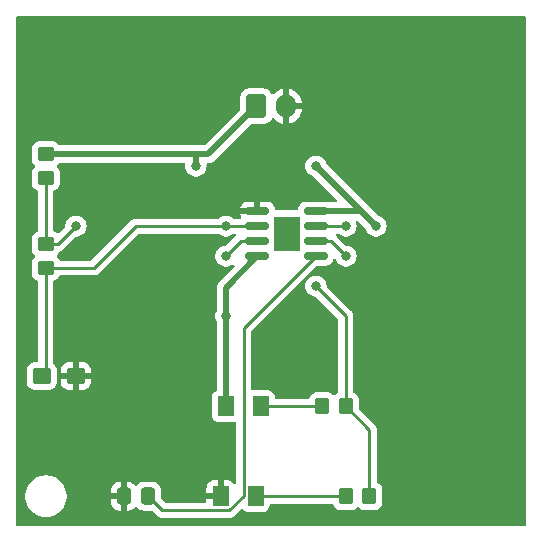
<source format=gbr>
%TF.GenerationSoftware,KiCad,Pcbnew,7.0.8*%
%TF.CreationDate,2023-10-12T16:07:18-07:00*%
%TF.ProjectId,Lab1_555TimerCircuit,4c616231-5f35-4353-9554-696d65724369,rev?*%
%TF.SameCoordinates,Original*%
%TF.FileFunction,Copper,L1,Top*%
%TF.FilePolarity,Positive*%
%FSLAX46Y46*%
G04 Gerber Fmt 4.6, Leading zero omitted, Abs format (unit mm)*
G04 Created by KiCad (PCBNEW 7.0.8) date 2023-10-12 16:07:18*
%MOMM*%
%LPD*%
G01*
G04 APERTURE LIST*
G04 Aperture macros list*
%AMRoundRect*
0 Rectangle with rounded corners*
0 $1 Rounding radius*
0 $2 $3 $4 $5 $6 $7 $8 $9 X,Y pos of 4 corners*
0 Add a 4 corners polygon primitive as box body*
4,1,4,$2,$3,$4,$5,$6,$7,$8,$9,$2,$3,0*
0 Add four circle primitives for the rounded corners*
1,1,$1+$1,$2,$3*
1,1,$1+$1,$4,$5*
1,1,$1+$1,$6,$7*
1,1,$1+$1,$8,$9*
0 Add four rect primitives between the rounded corners*
20,1,$1+$1,$2,$3,$4,$5,0*
20,1,$1+$1,$4,$5,$6,$7,0*
20,1,$1+$1,$6,$7,$8,$9,0*
20,1,$1+$1,$8,$9,$2,$3,0*%
G04 Aperture macros list end*
%TA.AperFunction,SMDPad,CuDef*%
%ADD10R,2.290000X3.000000*%
%TD*%
%TA.AperFunction,SMDPad,CuDef*%
%ADD11RoundRect,0.150000X-0.825000X-0.150000X0.825000X-0.150000X0.825000X0.150000X-0.825000X0.150000X0*%
%TD*%
%TA.AperFunction,SMDPad,CuDef*%
%ADD12RoundRect,0.250000X0.350000X0.450000X-0.350000X0.450000X-0.350000X-0.450000X0.350000X-0.450000X0*%
%TD*%
%TA.AperFunction,SMDPad,CuDef*%
%ADD13RoundRect,0.250000X-0.350000X-0.450000X0.350000X-0.450000X0.350000X0.450000X-0.350000X0.450000X0*%
%TD*%
%TA.AperFunction,SMDPad,CuDef*%
%ADD14RoundRect,0.250000X-0.450000X0.350000X-0.450000X-0.350000X0.450000X-0.350000X0.450000X0.350000X0*%
%TD*%
%TA.AperFunction,ComponentPad*%
%ADD15O,1.700000X2.000000*%
%TD*%
%TA.AperFunction,ComponentPad*%
%ADD16RoundRect,0.250000X-0.600000X-0.750000X0.600000X-0.750000X0.600000X0.750000X-0.600000X0.750000X0*%
%TD*%
%TA.AperFunction,SMDPad,CuDef*%
%ADD17RoundRect,0.250001X-0.462499X-0.624999X0.462499X-0.624999X0.462499X0.624999X-0.462499X0.624999X0*%
%TD*%
%TA.AperFunction,SMDPad,CuDef*%
%ADD18RoundRect,0.250001X0.462499X0.624999X-0.462499X0.624999X-0.462499X-0.624999X0.462499X-0.624999X0*%
%TD*%
%TA.AperFunction,SMDPad,CuDef*%
%ADD19RoundRect,0.250000X0.337500X0.475000X-0.337500X0.475000X-0.337500X-0.475000X0.337500X-0.475000X0*%
%TD*%
%TA.AperFunction,SMDPad,CuDef*%
%ADD20RoundRect,0.250000X-0.537500X-0.425000X0.537500X-0.425000X0.537500X0.425000X-0.537500X0.425000X0*%
%TD*%
%TA.AperFunction,ViaPad*%
%ADD21C,0.800000*%
%TD*%
%TA.AperFunction,Conductor*%
%ADD22C,0.250000*%
%TD*%
%TA.AperFunction,Conductor*%
%ADD23C,0.500000*%
%TD*%
G04 APERTURE END LIST*
D10*
%TO.P,U1,9*%
%TO.N,N/C*%
X88965000Y-81915000D03*
D11*
%TO.P,U1,8,VCC*%
%TO.N,+9V*%
X91440000Y-80010000D03*
%TO.P,U1,7,DIS*%
%TO.N,/pin_7*%
X91440000Y-81280000D03*
%TO.P,U1,6,THR*%
%TO.N,/pin_2*%
X91440000Y-82550000D03*
%TO.P,U1,5,CV*%
%TO.N,Net-(U1-CV)*%
X91440000Y-83820000D03*
%TO.P,U1,4,R*%
%TO.N,+9V*%
X86490000Y-83820000D03*
%TO.P,U1,3,Q*%
%TO.N,/pin_3*%
X86490000Y-82550000D03*
%TO.P,U1,2,TR*%
%TO.N,/pin_2*%
X86490000Y-81280000D03*
%TO.P,U1,1,GND*%
%TO.N,GND*%
X86490000Y-80010000D03*
%TD*%
D12*
%TO.P,R4,1*%
%TO.N,/pin_3*%
X95980000Y-104140000D03*
%TO.P,R4,2*%
%TO.N,Net-(D2-A)*%
X93980000Y-104140000D03*
%TD*%
D13*
%TO.P,R3,1*%
%TO.N,Net-(D1-K)*%
X91980000Y-96520000D03*
%TO.P,R3,2*%
%TO.N,/pin_3*%
X93980000Y-96520000D03*
%TD*%
D14*
%TO.P,R2,2*%
%TO.N,/pin_2*%
X68580000Y-84820000D03*
%TO.P,R2,1*%
%TO.N,/pin_7*%
X68580000Y-82820000D03*
%TD*%
%TO.P,R1,2*%
%TO.N,/pin_7*%
X68580000Y-77200000D03*
%TO.P,R1,1*%
%TO.N,+9V*%
X68580000Y-75200000D03*
%TD*%
D15*
%TO.P,J1,2,Pin_2*%
%TO.N,GND*%
X88900000Y-71120000D03*
D16*
%TO.P,J1,1,Pin_1*%
%TO.N,+9V*%
X86400000Y-71120000D03*
%TD*%
D17*
%TO.P,D2,2,A*%
%TO.N,Net-(D2-A)*%
X86360000Y-104140000D03*
%TO.P,D2,1,K*%
%TO.N,GND*%
X83385000Y-104140000D03*
%TD*%
D18*
%TO.P,D1,2,A*%
%TO.N,+9V*%
X83820000Y-96520000D03*
%TO.P,D1,1,K*%
%TO.N,Net-(D1-K)*%
X86795000Y-96520000D03*
%TD*%
D19*
%TO.P,C2,2*%
%TO.N,GND*%
X75162500Y-104140000D03*
%TO.P,C2,1*%
%TO.N,Net-(U1-CV)*%
X77237500Y-104140000D03*
%TD*%
D20*
%TO.P,C1,2*%
%TO.N,GND*%
X71120000Y-93980000D03*
%TO.P,C1,1*%
%TO.N,/pin_2*%
X68245000Y-93980000D03*
%TD*%
D21*
%TO.N,/pin_2*%
X83820000Y-81280000D03*
%TO.N,/pin_7*%
X71120000Y-81280000D03*
X93980000Y-81280000D03*
%TO.N,/pin_2*%
X93980000Y-83820000D03*
%TO.N,+9V*%
X81280000Y-76200000D03*
X91440000Y-76200000D03*
X96520000Y-81280000D03*
X83820000Y-88900000D03*
%TO.N,/pin_3*%
X83820000Y-83820000D03*
X91440000Y-86360000D03*
%TD*%
D22*
%TO.N,/pin_2*%
X76200000Y-81280000D02*
X72660000Y-84820000D01*
X83820000Y-81280000D02*
X76200000Y-81280000D01*
X86490000Y-81280000D02*
X83820000Y-81280000D01*
X68580000Y-84820000D02*
X72660000Y-84820000D01*
%TO.N,/pin_7*%
X69580000Y-82820000D02*
X68580000Y-82820000D01*
X71120000Y-81280000D02*
X69580000Y-82820000D01*
X91440000Y-81280000D02*
X93980000Y-81280000D01*
%TO.N,/pin_2*%
X92710000Y-82550000D02*
X91440000Y-82550000D01*
X93980000Y-83820000D02*
X92710000Y-82550000D01*
D23*
%TO.N,+9V*%
X81280000Y-76200000D02*
X81280000Y-75200000D01*
X81280000Y-75200000D02*
X82320000Y-75200000D01*
X68580000Y-75200000D02*
X81280000Y-75200000D01*
X96520000Y-81280000D02*
X91440000Y-76200000D01*
X96520000Y-81280000D02*
X95250000Y-80010000D01*
X95250000Y-80010000D02*
X91440000Y-80010000D01*
X83820000Y-88900000D02*
X83820000Y-86490000D01*
X83820000Y-86490000D02*
X86490000Y-83820000D01*
X83820000Y-96520000D02*
X83820000Y-88900000D01*
D22*
%TO.N,/pin_3*%
X85090000Y-82550000D02*
X86490000Y-82550000D01*
X83820000Y-83820000D02*
X85090000Y-82550000D01*
X93980000Y-88900000D02*
X91440000Y-86360000D01*
X93980000Y-96520000D02*
X93980000Y-88900000D01*
X95980000Y-104140000D02*
X95980000Y-98520000D01*
X95980000Y-98520000D02*
X93980000Y-96520000D01*
%TO.N,Net-(D2-A)*%
X86360000Y-104140000D02*
X93980000Y-104140000D01*
%TO.N,Net-(D1-K)*%
X86795000Y-96520000D02*
X91980000Y-96520000D01*
%TO.N,Net-(U1-CV)*%
X85322500Y-104140000D02*
X85322500Y-89937500D01*
X84122500Y-105340000D02*
X85322500Y-104140000D01*
X85322500Y-89937500D02*
X91440000Y-83820000D01*
X78437500Y-105340000D02*
X84122500Y-105340000D01*
X77237500Y-104140000D02*
X78437500Y-105340000D01*
%TO.N,/pin_2*%
X68580000Y-93645000D02*
X68245000Y-93980000D01*
X68580000Y-84820000D02*
X68580000Y-93645000D01*
%TO.N,/pin_7*%
X68580000Y-77200000D02*
X68580000Y-82820000D01*
D23*
%TO.N,+9V*%
X82320000Y-75200000D02*
X86400000Y-71120000D01*
%TD*%
%TA.AperFunction,Conductor*%
%TO.N,GND*%
G36*
X109163039Y-63519685D02*
G01*
X109208794Y-63572489D01*
X109220000Y-63624000D01*
X109220000Y-106556000D01*
X109200315Y-106623039D01*
X109147511Y-106668794D01*
X109096000Y-106680000D01*
X66164000Y-106680000D01*
X66096961Y-106660315D01*
X66051206Y-106607511D01*
X66040000Y-106556000D01*
X66040000Y-104271187D01*
X66829500Y-104271187D01*
X66845720Y-104378794D01*
X66868604Y-104530615D01*
X66868605Y-104530617D01*
X66868606Y-104530623D01*
X66945938Y-104781326D01*
X67059767Y-105017696D01*
X67059768Y-105017697D01*
X67059770Y-105017700D01*
X67059772Y-105017704D01*
X67203523Y-105228548D01*
X67207567Y-105234479D01*
X67386014Y-105426801D01*
X67386018Y-105426804D01*
X67386019Y-105426805D01*
X67591143Y-105590386D01*
X67818357Y-105721568D01*
X68062584Y-105817420D01*
X68062596Y-105817422D01*
X68062597Y-105817423D01*
X68071469Y-105819448D01*
X68318370Y-105875802D01*
X68318376Y-105875802D01*
X68318379Y-105875803D01*
X68514500Y-105890500D01*
X68514506Y-105890500D01*
X68645500Y-105890500D01*
X68841620Y-105875803D01*
X68841622Y-105875802D01*
X68841630Y-105875802D01*
X69097416Y-105817420D01*
X69341643Y-105721568D01*
X69568857Y-105590386D01*
X69773981Y-105426805D01*
X69797166Y-105401818D01*
X69813945Y-105383733D01*
X69952433Y-105234479D01*
X70100228Y-105017704D01*
X70214063Y-104781323D01*
X70291396Y-104530615D01*
X70312591Y-104390000D01*
X74075001Y-104390000D01*
X74075001Y-104664986D01*
X74085494Y-104767697D01*
X74140641Y-104934119D01*
X74140643Y-104934124D01*
X74232684Y-105083345D01*
X74356654Y-105207315D01*
X74505875Y-105299356D01*
X74505880Y-105299358D01*
X74672302Y-105354505D01*
X74672309Y-105354506D01*
X74775019Y-105364999D01*
X74912499Y-105364999D01*
X74912500Y-105364998D01*
X74912500Y-104390000D01*
X74075001Y-104390000D01*
X70312591Y-104390000D01*
X70330500Y-104271182D01*
X70330500Y-104008818D01*
X70312591Y-103890000D01*
X74075000Y-103890000D01*
X74912500Y-103890000D01*
X74912500Y-102915000D01*
X74775027Y-102915000D01*
X74775012Y-102915001D01*
X74672302Y-102925494D01*
X74505880Y-102980641D01*
X74505875Y-102980643D01*
X74356654Y-103072684D01*
X74232684Y-103196654D01*
X74140643Y-103345875D01*
X74140641Y-103345880D01*
X74085494Y-103512302D01*
X74085493Y-103512309D01*
X74075000Y-103615013D01*
X74075000Y-103890000D01*
X70312591Y-103890000D01*
X70291396Y-103749385D01*
X70214063Y-103498677D01*
X70152417Y-103370668D01*
X70100232Y-103262303D01*
X70100231Y-103262302D01*
X70100230Y-103262301D01*
X70100228Y-103262296D01*
X69952433Y-103045521D01*
X69901530Y-102990660D01*
X69773985Y-102853198D01*
X69676547Y-102775494D01*
X69568857Y-102689614D01*
X69341643Y-102558432D01*
X69097416Y-102462580D01*
X69097411Y-102462578D01*
X69097402Y-102462576D01*
X68879818Y-102412914D01*
X68841630Y-102404198D01*
X68841629Y-102404197D01*
X68841625Y-102404197D01*
X68841620Y-102404196D01*
X68645500Y-102389500D01*
X68645494Y-102389500D01*
X68514506Y-102389500D01*
X68514500Y-102389500D01*
X68318379Y-102404196D01*
X68318374Y-102404197D01*
X68062597Y-102462576D01*
X68062578Y-102462582D01*
X67818356Y-102558432D01*
X67591143Y-102689614D01*
X67386014Y-102853198D01*
X67207567Y-103045520D01*
X67059768Y-103262302D01*
X67059767Y-103262303D01*
X66945938Y-103498673D01*
X66868606Y-103749376D01*
X66868605Y-103749381D01*
X66868604Y-103749385D01*
X66853853Y-103847247D01*
X66829500Y-104008812D01*
X66829500Y-104271187D01*
X66040000Y-104271187D01*
X66040000Y-94455001D01*
X66957000Y-94455001D01*
X66957001Y-94455019D01*
X66967500Y-94557796D01*
X66967501Y-94557799D01*
X67022615Y-94724119D01*
X67022686Y-94724334D01*
X67114788Y-94873656D01*
X67238844Y-94997712D01*
X67388166Y-95089814D01*
X67554703Y-95144999D01*
X67657491Y-95155500D01*
X68832508Y-95155499D01*
X68935297Y-95144999D01*
X69101834Y-95089814D01*
X69251156Y-94997712D01*
X69375212Y-94873656D01*
X69467314Y-94724334D01*
X69522499Y-94557797D01*
X69533000Y-94455009D01*
X69533000Y-94230000D01*
X69832501Y-94230000D01*
X69832501Y-94454986D01*
X69842994Y-94557697D01*
X69898141Y-94724119D01*
X69898143Y-94724124D01*
X69990184Y-94873345D01*
X70114154Y-94997315D01*
X70263375Y-95089356D01*
X70263380Y-95089358D01*
X70429802Y-95144505D01*
X70429809Y-95144506D01*
X70532519Y-95154999D01*
X70869999Y-95154999D01*
X70870000Y-95154998D01*
X70870000Y-94230000D01*
X71370000Y-94230000D01*
X71370000Y-95154999D01*
X71707472Y-95154999D01*
X71707486Y-95154998D01*
X71810197Y-95144505D01*
X71976619Y-95089358D01*
X71976624Y-95089356D01*
X72125845Y-94997315D01*
X72249815Y-94873345D01*
X72341856Y-94724124D01*
X72341858Y-94724119D01*
X72397005Y-94557697D01*
X72397006Y-94557690D01*
X72407499Y-94454986D01*
X72407500Y-94454973D01*
X72407500Y-94230000D01*
X71370000Y-94230000D01*
X70870000Y-94230000D01*
X69832501Y-94230000D01*
X69533000Y-94230000D01*
X69532999Y-93730000D01*
X69832500Y-93730000D01*
X70870000Y-93730000D01*
X70870000Y-92805000D01*
X71370000Y-92805000D01*
X71370000Y-93730000D01*
X72407499Y-93730000D01*
X72407499Y-93505028D01*
X72407498Y-93505013D01*
X72397005Y-93402302D01*
X72341858Y-93235880D01*
X72341856Y-93235875D01*
X72249815Y-93086654D01*
X72125845Y-92962684D01*
X71976624Y-92870643D01*
X71976619Y-92870641D01*
X71810197Y-92815494D01*
X71810190Y-92815493D01*
X71707486Y-92805000D01*
X71370000Y-92805000D01*
X70870000Y-92805000D01*
X70532528Y-92805000D01*
X70532512Y-92805001D01*
X70429802Y-92815494D01*
X70263380Y-92870641D01*
X70263375Y-92870643D01*
X70114154Y-92962684D01*
X69990184Y-93086654D01*
X69898143Y-93235875D01*
X69898141Y-93235880D01*
X69842994Y-93402302D01*
X69842993Y-93402309D01*
X69832500Y-93505013D01*
X69832500Y-93730000D01*
X69532999Y-93730000D01*
X69532999Y-93504992D01*
X69522499Y-93402203D01*
X69467314Y-93235666D01*
X69375212Y-93086344D01*
X69251156Y-92962288D01*
X69246049Y-92957181D01*
X69247290Y-92955939D01*
X69212211Y-92906395D01*
X69205500Y-92866155D01*
X69205500Y-85992016D01*
X69225185Y-85924977D01*
X69277989Y-85879222D01*
X69290488Y-85874313D01*
X69349334Y-85854814D01*
X69498656Y-85762712D01*
X69622712Y-85638656D01*
X69705519Y-85504402D01*
X69757467Y-85457679D01*
X69811058Y-85445500D01*
X72577257Y-85445500D01*
X72592877Y-85447224D01*
X72592904Y-85446939D01*
X72600660Y-85447671D01*
X72600667Y-85447673D01*
X72669814Y-85445500D01*
X72699350Y-85445500D01*
X72706228Y-85444630D01*
X72712041Y-85444172D01*
X72758627Y-85442709D01*
X72777869Y-85437117D01*
X72796912Y-85433174D01*
X72816792Y-85430664D01*
X72860122Y-85413507D01*
X72865646Y-85411617D01*
X72869396Y-85410527D01*
X72910390Y-85398618D01*
X72927629Y-85388422D01*
X72945103Y-85379862D01*
X72963727Y-85372488D01*
X72963727Y-85372487D01*
X72963732Y-85372486D01*
X73001449Y-85345082D01*
X73006305Y-85341892D01*
X73046420Y-85318170D01*
X73060589Y-85303999D01*
X73075379Y-85291368D01*
X73091587Y-85279594D01*
X73121299Y-85243676D01*
X73125212Y-85239376D01*
X76422772Y-81941819D01*
X76484095Y-81908334D01*
X76510453Y-81905500D01*
X83116252Y-81905500D01*
X83183291Y-81925185D01*
X83208400Y-81946526D01*
X83214126Y-81952885D01*
X83214130Y-81952889D01*
X83367265Y-82064148D01*
X83367270Y-82064151D01*
X83540192Y-82141142D01*
X83540197Y-82141144D01*
X83725354Y-82180500D01*
X83725355Y-82180500D01*
X83914644Y-82180500D01*
X83914646Y-82180500D01*
X84099803Y-82141144D01*
X84272730Y-82064151D01*
X84425871Y-81952888D01*
X84431155Y-81947020D01*
X84431600Y-81946526D01*
X84491087Y-81909879D01*
X84523748Y-81905500D01*
X84547867Y-81905500D01*
X84614906Y-81925185D01*
X84660661Y-81977989D01*
X84670605Y-82047147D01*
X84643405Y-82108547D01*
X84628707Y-82126312D01*
X84624776Y-82130631D01*
X83872228Y-82883181D01*
X83810905Y-82916666D01*
X83784547Y-82919500D01*
X83725354Y-82919500D01*
X83692897Y-82926398D01*
X83540197Y-82958855D01*
X83540192Y-82958857D01*
X83367270Y-83035848D01*
X83367265Y-83035851D01*
X83214129Y-83147111D01*
X83087466Y-83287785D01*
X82992821Y-83451715D01*
X82992818Y-83451722D01*
X82943241Y-83604306D01*
X82934326Y-83631744D01*
X82914540Y-83820000D01*
X82934326Y-84008256D01*
X82934327Y-84008259D01*
X82992818Y-84188277D01*
X82992821Y-84188284D01*
X83087467Y-84352216D01*
X83148485Y-84419983D01*
X83214129Y-84492888D01*
X83367265Y-84604148D01*
X83367270Y-84604151D01*
X83540192Y-84681142D01*
X83540197Y-84681144D01*
X83725354Y-84720500D01*
X83725355Y-84720500D01*
X83914644Y-84720500D01*
X83914646Y-84720500D01*
X84099803Y-84681144D01*
X84272730Y-84604151D01*
X84357514Y-84542551D01*
X84423317Y-84519073D01*
X84491371Y-84534898D01*
X84540066Y-84585004D01*
X84553942Y-84653482D01*
X84528593Y-84718591D01*
X84518078Y-84730552D01*
X83334358Y-85914272D01*
X83320729Y-85926051D01*
X83301468Y-85940390D01*
X83267898Y-85980397D01*
X83264253Y-85984376D01*
X83258409Y-85990222D01*
X83238059Y-86015959D01*
X83188695Y-86074789D01*
X83184729Y-86080819D01*
X83184682Y-86080788D01*
X83180630Y-86087147D01*
X83180679Y-86087177D01*
X83176889Y-86093321D01*
X83144424Y-86162941D01*
X83109960Y-86231566D01*
X83107488Y-86238357D01*
X83107432Y-86238336D01*
X83104960Y-86245450D01*
X83105015Y-86245469D01*
X83102742Y-86252327D01*
X83094975Y-86289946D01*
X83087207Y-86327565D01*
X83079520Y-86360000D01*
X83069498Y-86402286D01*
X83068661Y-86409454D01*
X83068601Y-86409447D01*
X83067835Y-86416945D01*
X83067895Y-86416951D01*
X83067265Y-86424140D01*
X83069500Y-86500916D01*
X83069500Y-88365677D01*
X83052887Y-88427677D01*
X82992821Y-88531714D01*
X82938182Y-88699877D01*
X82934326Y-88711744D01*
X82914540Y-88900000D01*
X82934326Y-89088256D01*
X82934327Y-89088259D01*
X82992818Y-89268277D01*
X82992821Y-89268284D01*
X83052887Y-89372321D01*
X83069500Y-89434321D01*
X83069500Y-95121652D01*
X83049815Y-95188691D01*
X83010598Y-95227190D01*
X82888845Y-95302288D01*
X82764789Y-95426344D01*
X82764786Y-95426348D01*
X82672687Y-95575662D01*
X82672686Y-95575664D01*
X82617501Y-95742203D01*
X82617500Y-95742204D01*
X82607000Y-95844984D01*
X82607000Y-97195015D01*
X82617500Y-97297795D01*
X82617501Y-97297796D01*
X82672686Y-97464335D01*
X82672687Y-97464337D01*
X82764786Y-97613651D01*
X82764789Y-97613655D01*
X82888844Y-97737710D01*
X82888848Y-97737713D01*
X83038162Y-97829812D01*
X83038164Y-97829813D01*
X83038166Y-97829814D01*
X83204703Y-97884999D01*
X83307492Y-97895500D01*
X83307497Y-97895500D01*
X84332503Y-97895500D01*
X84332508Y-97895500D01*
X84435297Y-97884999D01*
X84533997Y-97852292D01*
X84603824Y-97849891D01*
X84663866Y-97885623D01*
X84695059Y-97948143D01*
X84697000Y-97969999D01*
X84697000Y-103026378D01*
X84677315Y-103093417D01*
X84624511Y-103139172D01*
X84555353Y-103149116D01*
X84491797Y-103120091D01*
X84467462Y-103091476D01*
X84439817Y-103046657D01*
X84315844Y-102922684D01*
X84166623Y-102830643D01*
X84166618Y-102830641D01*
X84000196Y-102775494D01*
X84000189Y-102775493D01*
X83897485Y-102765000D01*
X83635000Y-102765000D01*
X83635000Y-104266000D01*
X83615315Y-104333039D01*
X83562511Y-104378794D01*
X83511000Y-104390000D01*
X82172500Y-104390000D01*
X82172500Y-104590500D01*
X82152815Y-104657539D01*
X82100011Y-104703294D01*
X82048500Y-104714500D01*
X78747953Y-104714500D01*
X78680914Y-104694815D01*
X78660272Y-104678181D01*
X78361818Y-104379727D01*
X78328333Y-104318404D01*
X78325499Y-104292046D01*
X78325499Y-103890000D01*
X82172500Y-103890000D01*
X83135000Y-103890000D01*
X83135000Y-102765000D01*
X82872514Y-102765000D01*
X82769810Y-102775493D01*
X82769803Y-102775494D01*
X82603381Y-102830641D01*
X82603376Y-102830643D01*
X82454155Y-102922684D01*
X82330184Y-103046655D01*
X82238143Y-103195876D01*
X82238141Y-103195881D01*
X82182994Y-103362303D01*
X82182993Y-103362310D01*
X82172500Y-103465014D01*
X82172500Y-103890000D01*
X78325499Y-103890000D01*
X78325499Y-103614998D01*
X78325498Y-103614981D01*
X78314999Y-103512203D01*
X78314998Y-103512200D01*
X78299355Y-103464992D01*
X78259814Y-103345666D01*
X78167712Y-103196344D01*
X78043656Y-103072288D01*
X77894334Y-102980186D01*
X77727797Y-102925001D01*
X77727795Y-102925000D01*
X77625010Y-102914500D01*
X76849998Y-102914500D01*
X76849980Y-102914501D01*
X76747203Y-102925000D01*
X76747200Y-102925001D01*
X76580668Y-102980185D01*
X76580663Y-102980187D01*
X76431342Y-103072289D01*
X76307288Y-103196343D01*
X76307283Y-103196349D01*
X76305241Y-103199661D01*
X76303247Y-103201453D01*
X76302807Y-103202011D01*
X76302711Y-103201935D01*
X76253291Y-103246383D01*
X76184328Y-103257602D01*
X76120247Y-103229755D01*
X76094168Y-103199656D01*
X76092319Y-103196659D01*
X76092316Y-103196655D01*
X75968345Y-103072684D01*
X75819124Y-102980643D01*
X75819119Y-102980641D01*
X75652697Y-102925494D01*
X75652690Y-102925493D01*
X75549986Y-102915000D01*
X75412500Y-102915000D01*
X75412500Y-105364999D01*
X75549972Y-105364999D01*
X75549986Y-105364998D01*
X75652697Y-105354505D01*
X75819119Y-105299358D01*
X75819124Y-105299356D01*
X75968345Y-105207315D01*
X76092318Y-105083342D01*
X76094165Y-105080348D01*
X76095969Y-105078724D01*
X76096798Y-105077677D01*
X76096976Y-105077818D01*
X76146110Y-105033621D01*
X76215073Y-105022396D01*
X76279156Y-105050236D01*
X76305243Y-105080341D01*
X76307288Y-105083656D01*
X76431344Y-105207712D01*
X76580666Y-105299814D01*
X76747203Y-105354999D01*
X76849991Y-105365500D01*
X77527046Y-105365499D01*
X77594085Y-105385183D01*
X77614727Y-105401818D01*
X77936697Y-105723788D01*
X77946522Y-105736051D01*
X77946743Y-105735869D01*
X77951714Y-105741878D01*
X77972543Y-105761437D01*
X78002135Y-105789226D01*
X78023029Y-105810120D01*
X78028511Y-105814373D01*
X78032943Y-105818157D01*
X78066918Y-105850062D01*
X78084476Y-105859714D01*
X78100735Y-105870395D01*
X78116564Y-105882673D01*
X78159338Y-105901182D01*
X78164556Y-105903738D01*
X78205408Y-105926197D01*
X78224816Y-105931180D01*
X78243217Y-105937480D01*
X78261604Y-105945437D01*
X78304988Y-105952308D01*
X78307619Y-105952725D01*
X78313339Y-105953909D01*
X78358481Y-105965500D01*
X78378516Y-105965500D01*
X78397914Y-105967026D01*
X78417694Y-105970159D01*
X78417695Y-105970160D01*
X78417695Y-105970159D01*
X78417696Y-105970160D01*
X78464084Y-105965775D01*
X78469922Y-105965500D01*
X84039757Y-105965500D01*
X84055377Y-105967224D01*
X84055404Y-105966939D01*
X84063160Y-105967671D01*
X84063167Y-105967673D01*
X84132314Y-105965500D01*
X84161850Y-105965500D01*
X84168728Y-105964630D01*
X84174541Y-105964172D01*
X84221127Y-105962709D01*
X84240369Y-105957117D01*
X84259412Y-105953174D01*
X84279292Y-105950664D01*
X84322622Y-105933507D01*
X84328146Y-105931617D01*
X84331896Y-105930527D01*
X84372890Y-105918618D01*
X84390129Y-105908422D01*
X84407603Y-105899862D01*
X84426227Y-105892488D01*
X84426227Y-105892487D01*
X84426232Y-105892486D01*
X84463949Y-105865082D01*
X84468805Y-105861892D01*
X84508920Y-105838170D01*
X84523089Y-105823999D01*
X84537879Y-105811368D01*
X84554087Y-105799594D01*
X84583799Y-105763676D01*
X84587712Y-105759376D01*
X85121770Y-105225318D01*
X85183091Y-105191835D01*
X85252783Y-105196819D01*
X85298279Y-105229950D01*
X85299682Y-105228548D01*
X85428844Y-105357710D01*
X85428848Y-105357713D01*
X85578162Y-105449812D01*
X85578164Y-105449813D01*
X85578166Y-105449814D01*
X85744703Y-105504999D01*
X85847492Y-105515500D01*
X85847497Y-105515500D01*
X86872503Y-105515500D01*
X86872508Y-105515500D01*
X86975297Y-105504999D01*
X87141834Y-105449814D01*
X87291155Y-105357711D01*
X87415211Y-105233655D01*
X87507314Y-105084334D01*
X87562499Y-104917797D01*
X87566677Y-104876897D01*
X87593073Y-104812207D01*
X87650253Y-104772055D01*
X87690035Y-104765500D01*
X92807983Y-104765500D01*
X92875022Y-104785185D01*
X92920777Y-104837989D01*
X92925689Y-104850495D01*
X92945186Y-104909333D01*
X92945187Y-104909336D01*
X92960606Y-104934334D01*
X93037288Y-105058656D01*
X93161344Y-105182712D01*
X93310666Y-105274814D01*
X93477203Y-105329999D01*
X93579991Y-105340500D01*
X94380008Y-105340499D01*
X94380016Y-105340498D01*
X94380019Y-105340498D01*
X94436302Y-105334748D01*
X94482797Y-105329999D01*
X94649334Y-105274814D01*
X94798656Y-105182712D01*
X94892319Y-105089049D01*
X94953642Y-105055564D01*
X95023334Y-105060548D01*
X95067681Y-105089049D01*
X95161344Y-105182712D01*
X95310666Y-105274814D01*
X95477203Y-105329999D01*
X95579991Y-105340500D01*
X96380008Y-105340499D01*
X96380016Y-105340498D01*
X96380019Y-105340498D01*
X96436302Y-105334748D01*
X96482797Y-105329999D01*
X96649334Y-105274814D01*
X96798656Y-105182712D01*
X96922712Y-105058656D01*
X97014814Y-104909334D01*
X97069999Y-104742797D01*
X97080500Y-104640009D01*
X97080499Y-103639992D01*
X97077947Y-103615013D01*
X97069999Y-103537203D01*
X97069998Y-103537200D01*
X97046078Y-103465014D01*
X97014814Y-103370666D01*
X96922712Y-103221344D01*
X96798656Y-103097288D01*
X96664402Y-103014480D01*
X96617679Y-102962533D01*
X96605500Y-102908942D01*
X96605500Y-98602738D01*
X96607224Y-98587124D01*
X96606938Y-98587097D01*
X96607672Y-98579334D01*
X96605500Y-98510203D01*
X96605500Y-98480651D01*
X96605500Y-98480650D01*
X96604629Y-98473759D01*
X96604172Y-98467945D01*
X96602709Y-98421372D01*
X96597122Y-98402144D01*
X96593174Y-98383084D01*
X96590664Y-98363208D01*
X96573507Y-98319875D01*
X96571619Y-98314359D01*
X96558619Y-98269612D01*
X96548418Y-98252363D01*
X96539860Y-98234894D01*
X96532486Y-98216268D01*
X96532483Y-98216264D01*
X96532483Y-98216263D01*
X96505098Y-98178571D01*
X96501890Y-98173687D01*
X96478172Y-98133582D01*
X96478163Y-98133571D01*
X96464005Y-98119413D01*
X96451370Y-98104620D01*
X96439593Y-98088412D01*
X96403693Y-98058713D01*
X96399381Y-98054790D01*
X95116818Y-96772227D01*
X95083333Y-96710904D01*
X95080499Y-96684546D01*
X95080499Y-96019998D01*
X95080498Y-96019981D01*
X95069999Y-95917203D01*
X95069998Y-95917200D01*
X95053346Y-95866949D01*
X95014814Y-95750666D01*
X94922712Y-95601344D01*
X94798656Y-95477288D01*
X94664402Y-95394480D01*
X94617679Y-95342533D01*
X94605500Y-95288942D01*
X94605500Y-88982737D01*
X94607224Y-88967123D01*
X94606938Y-88967096D01*
X94607672Y-88959333D01*
X94605500Y-88890202D01*
X94605500Y-88860651D01*
X94605500Y-88860650D01*
X94604629Y-88853759D01*
X94604172Y-88847945D01*
X94602709Y-88801374D01*
X94602709Y-88801372D01*
X94597120Y-88782137D01*
X94593174Y-88763084D01*
X94590664Y-88743208D01*
X94573501Y-88699859D01*
X94571614Y-88694346D01*
X94558617Y-88649610D01*
X94558616Y-88649608D01*
X94548421Y-88632369D01*
X94539860Y-88614893D01*
X94532486Y-88596269D01*
X94532486Y-88596267D01*
X94522474Y-88582488D01*
X94505083Y-88558550D01*
X94501900Y-88553705D01*
X94478170Y-88513579D01*
X94478165Y-88513573D01*
X94464005Y-88499413D01*
X94451370Y-88484620D01*
X94439593Y-88468412D01*
X94403693Y-88438713D01*
X94399381Y-88434790D01*
X92378960Y-86414369D01*
X92345475Y-86353046D01*
X92343323Y-86339668D01*
X92325674Y-86171744D01*
X92271112Y-86003823D01*
X92267181Y-85991722D01*
X92267180Y-85991721D01*
X92267179Y-85991716D01*
X92172533Y-85827784D01*
X92045871Y-85687112D01*
X92045870Y-85687111D01*
X91892734Y-85575851D01*
X91892729Y-85575848D01*
X91719807Y-85498857D01*
X91719802Y-85498855D01*
X91574001Y-85467865D01*
X91534646Y-85459500D01*
X91345354Y-85459500D01*
X91312897Y-85466398D01*
X91160197Y-85498855D01*
X91160192Y-85498857D01*
X90987270Y-85575848D01*
X90987265Y-85575851D01*
X90834129Y-85687111D01*
X90707466Y-85827785D01*
X90612821Y-85991715D01*
X90612818Y-85991722D01*
X90557186Y-86162941D01*
X90554326Y-86171744D01*
X90534540Y-86360000D01*
X90554326Y-86548256D01*
X90554327Y-86548259D01*
X90612818Y-86728277D01*
X90612821Y-86728284D01*
X90707467Y-86892216D01*
X90834129Y-87032888D01*
X90987265Y-87144148D01*
X90987270Y-87144151D01*
X91160192Y-87221142D01*
X91160197Y-87221144D01*
X91345354Y-87260500D01*
X91404548Y-87260500D01*
X91471587Y-87280185D01*
X91492229Y-87296819D01*
X93318181Y-89122771D01*
X93351666Y-89184094D01*
X93354500Y-89210452D01*
X93354500Y-95288942D01*
X93334815Y-95355981D01*
X93295598Y-95394479D01*
X93209209Y-95447764D01*
X93161342Y-95477289D01*
X93067681Y-95570951D01*
X93006358Y-95604436D01*
X92936666Y-95599452D01*
X92892319Y-95570951D01*
X92798657Y-95477289D01*
X92798656Y-95477288D01*
X92649334Y-95385186D01*
X92482797Y-95330001D01*
X92482795Y-95330000D01*
X92380010Y-95319500D01*
X91579998Y-95319500D01*
X91579980Y-95319501D01*
X91477203Y-95330000D01*
X91477200Y-95330001D01*
X91310668Y-95385185D01*
X91310663Y-95385187D01*
X91161342Y-95477289D01*
X91037289Y-95601342D01*
X90945187Y-95750663D01*
X90945186Y-95750666D01*
X90925689Y-95809505D01*
X90885916Y-95866949D01*
X90821400Y-95893772D01*
X90807983Y-95894500D01*
X88125035Y-95894500D01*
X88057996Y-95874815D01*
X88012241Y-95822011D01*
X88001677Y-95783102D01*
X87998363Y-95750666D01*
X87997499Y-95742203D01*
X87942314Y-95575666D01*
X87881633Y-95477288D01*
X87850213Y-95426348D01*
X87850210Y-95426344D01*
X87726155Y-95302289D01*
X87726151Y-95302286D01*
X87576837Y-95210187D01*
X87576835Y-95210186D01*
X87478997Y-95177766D01*
X87410297Y-95155001D01*
X87410295Y-95155000D01*
X87307515Y-95144500D01*
X87307508Y-95144500D01*
X86282492Y-95144500D01*
X86282484Y-95144500D01*
X86179704Y-95155000D01*
X86179703Y-95155001D01*
X86111002Y-95177766D01*
X86041176Y-95180168D01*
X85981134Y-95144436D01*
X85949941Y-95081916D01*
X85948000Y-95060060D01*
X85948000Y-90247952D01*
X85967685Y-90180913D01*
X85984319Y-90160271D01*
X91487772Y-84656819D01*
X91549095Y-84623334D01*
X91575453Y-84620500D01*
X92330696Y-84620500D01*
X92349131Y-84619049D01*
X92367569Y-84617598D01*
X92367571Y-84617597D01*
X92367573Y-84617597D01*
X92413864Y-84604148D01*
X92525398Y-84571744D01*
X92666865Y-84488081D01*
X92783081Y-84371865D01*
X92866744Y-84230398D01*
X92895797Y-84130397D01*
X92933401Y-84071515D01*
X92996874Y-84042308D01*
X93066060Y-84052054D01*
X93118995Y-84097657D01*
X93132803Y-84126676D01*
X93152819Y-84188280D01*
X93152821Y-84188284D01*
X93247467Y-84352216D01*
X93308485Y-84419983D01*
X93374129Y-84492888D01*
X93527265Y-84604148D01*
X93527270Y-84604151D01*
X93700192Y-84681142D01*
X93700197Y-84681144D01*
X93885354Y-84720500D01*
X93885355Y-84720500D01*
X94074644Y-84720500D01*
X94074646Y-84720500D01*
X94259803Y-84681144D01*
X94432730Y-84604151D01*
X94585871Y-84492888D01*
X94712533Y-84352216D01*
X94807179Y-84188284D01*
X94865674Y-84008256D01*
X94885460Y-83820000D01*
X94865674Y-83631744D01*
X94807179Y-83451716D01*
X94712533Y-83287784D01*
X94585871Y-83147112D01*
X94585870Y-83147111D01*
X94432734Y-83035851D01*
X94432729Y-83035848D01*
X94259807Y-82958857D01*
X94259802Y-82958855D01*
X94114001Y-82927865D01*
X94074646Y-82919500D01*
X94074645Y-82919500D01*
X94015453Y-82919500D01*
X93948414Y-82899815D01*
X93927772Y-82883181D01*
X93210803Y-82166212D01*
X93200980Y-82153950D01*
X93200759Y-82154134D01*
X93195786Y-82148123D01*
X93177159Y-82130631D01*
X93165723Y-82119891D01*
X93130329Y-82059652D01*
X93133121Y-81989838D01*
X93173215Y-81932617D01*
X93237880Y-81906155D01*
X93250607Y-81905500D01*
X93276252Y-81905500D01*
X93343291Y-81925185D01*
X93368400Y-81946526D01*
X93374126Y-81952885D01*
X93374130Y-81952889D01*
X93527265Y-82064148D01*
X93527270Y-82064151D01*
X93700192Y-82141142D01*
X93700197Y-82141144D01*
X93885354Y-82180500D01*
X93885355Y-82180500D01*
X94074644Y-82180500D01*
X94074646Y-82180500D01*
X94259803Y-82141144D01*
X94432730Y-82064151D01*
X94585871Y-81952888D01*
X94712533Y-81812216D01*
X94807179Y-81648284D01*
X94865674Y-81468256D01*
X94885460Y-81280000D01*
X94865674Y-81091744D01*
X94830493Y-80983471D01*
X94828499Y-80913633D01*
X94864579Y-80853800D01*
X94927280Y-80822971D01*
X94996694Y-80830935D01*
X95036106Y-80857474D01*
X95607228Y-81428596D01*
X95637478Y-81477958D01*
X95692819Y-81648280D01*
X95692821Y-81648284D01*
X95787467Y-81812216D01*
X95886317Y-81922000D01*
X95914129Y-81952888D01*
X96067265Y-82064148D01*
X96067270Y-82064151D01*
X96240192Y-82141142D01*
X96240197Y-82141144D01*
X96425354Y-82180500D01*
X96425355Y-82180500D01*
X96614644Y-82180500D01*
X96614646Y-82180500D01*
X96799803Y-82141144D01*
X96972730Y-82064151D01*
X97125871Y-81952888D01*
X97252533Y-81812216D01*
X97347179Y-81648284D01*
X97405674Y-81468256D01*
X97425460Y-81280000D01*
X97405674Y-81091744D01*
X97347179Y-80911716D01*
X97252533Y-80747784D01*
X97125871Y-80607112D01*
X97125870Y-80607111D01*
X96972734Y-80495851D01*
X96972729Y-80495848D01*
X96799807Y-80418857D01*
X96799803Y-80418856D01*
X96734669Y-80405011D01*
X96673188Y-80371818D01*
X96672770Y-80371402D01*
X95825729Y-79524361D01*
X95813949Y-79510730D01*
X95806482Y-79500701D01*
X95799612Y-79491472D01*
X95799610Y-79491470D01*
X95759587Y-79457886D01*
X95755612Y-79454244D01*
X95751875Y-79450507D01*
X95748150Y-79446781D01*
X95748122Y-79446755D01*
X92352770Y-76051402D01*
X92322521Y-76002041D01*
X92279401Y-75869331D01*
X92267181Y-75831721D01*
X92267178Y-75831715D01*
X92172533Y-75667784D01*
X92045871Y-75527112D01*
X92045870Y-75527111D01*
X91892734Y-75415851D01*
X91892729Y-75415848D01*
X91719807Y-75338857D01*
X91719802Y-75338855D01*
X91574001Y-75307865D01*
X91534646Y-75299500D01*
X91345354Y-75299500D01*
X91312897Y-75306398D01*
X91160197Y-75338855D01*
X91160192Y-75338857D01*
X90987270Y-75415848D01*
X90987265Y-75415851D01*
X90834129Y-75527111D01*
X90707466Y-75667785D01*
X90612821Y-75831715D01*
X90612818Y-75831722D01*
X90557479Y-76002039D01*
X90554326Y-76011744D01*
X90534540Y-76200000D01*
X90554326Y-76388256D01*
X90554327Y-76388259D01*
X90612818Y-76568277D01*
X90612821Y-76568284D01*
X90707467Y-76732216D01*
X90834129Y-76872888D01*
X90987265Y-76984148D01*
X90987270Y-76984151D01*
X91160191Y-77061142D01*
X91160193Y-77061142D01*
X91160197Y-77061144D01*
X91225329Y-77074987D01*
X91286809Y-77108178D01*
X91287228Y-77108596D01*
X93226451Y-79047819D01*
X93259936Y-79109142D01*
X93254952Y-79178834D01*
X93213080Y-79234767D01*
X93147616Y-79259184D01*
X93138770Y-79259500D01*
X92547328Y-79259500D01*
X92512733Y-79254576D01*
X92367573Y-79212402D01*
X92367567Y-79212401D01*
X92330696Y-79209500D01*
X92330694Y-79209500D01*
X90549306Y-79209500D01*
X90549304Y-79209500D01*
X90512432Y-79212401D01*
X90512426Y-79212402D01*
X90354606Y-79258254D01*
X90354603Y-79258255D01*
X90213137Y-79341917D01*
X90213129Y-79341923D01*
X90096923Y-79458129D01*
X90096917Y-79458137D01*
X90013255Y-79599603D01*
X90013254Y-79599606D01*
X89967402Y-79757426D01*
X89967401Y-79757433D01*
X89964500Y-79794300D01*
X89964459Y-79795357D01*
X89942164Y-79861574D01*
X89887608Y-79905225D01*
X89840554Y-79914500D01*
X88088944Y-79914500D01*
X88021905Y-79894815D01*
X87976150Y-79842011D01*
X87965039Y-79795358D01*
X87965000Y-79794353D01*
X87962100Y-79757511D01*
X87962099Y-79757504D01*
X87916283Y-79599806D01*
X87916282Y-79599803D01*
X87832685Y-79458447D01*
X87832678Y-79458438D01*
X87716561Y-79342321D01*
X87716552Y-79342314D01*
X87575196Y-79258717D01*
X87575193Y-79258716D01*
X87417495Y-79212900D01*
X87417489Y-79212899D01*
X87380644Y-79210000D01*
X86740000Y-79210000D01*
X86740000Y-80136000D01*
X86720315Y-80203039D01*
X86667511Y-80248794D01*
X86616000Y-80260000D01*
X85017705Y-80260000D01*
X85017704Y-80260001D01*
X85017899Y-80262486D01*
X85063718Y-80420198D01*
X85091621Y-80467379D01*
X85108804Y-80535103D01*
X85086644Y-80601365D01*
X85032178Y-80645129D01*
X84984889Y-80654500D01*
X84523748Y-80654500D01*
X84456709Y-80634815D01*
X84431600Y-80613474D01*
X84425873Y-80607114D01*
X84425869Y-80607110D01*
X84272734Y-80495851D01*
X84272729Y-80495848D01*
X84099807Y-80418857D01*
X84099802Y-80418855D01*
X83954001Y-80387865D01*
X83914646Y-80379500D01*
X83725354Y-80379500D01*
X83692897Y-80386398D01*
X83540197Y-80418855D01*
X83540192Y-80418857D01*
X83367270Y-80495848D01*
X83367265Y-80495851D01*
X83214130Y-80607110D01*
X83214126Y-80607114D01*
X83208400Y-80613474D01*
X83148913Y-80650121D01*
X83116252Y-80654500D01*
X76282743Y-80654500D01*
X76267122Y-80652775D01*
X76267096Y-80653061D01*
X76259334Y-80652327D01*
X76259333Y-80652327D01*
X76190186Y-80654500D01*
X76160649Y-80654500D01*
X76153766Y-80655369D01*
X76147949Y-80655826D01*
X76101373Y-80657290D01*
X76082129Y-80662881D01*
X76063079Y-80666825D01*
X76043211Y-80669334D01*
X75999884Y-80686488D01*
X75994358Y-80688379D01*
X75949614Y-80701379D01*
X75949610Y-80701381D01*
X75932366Y-80711579D01*
X75914905Y-80720133D01*
X75896274Y-80727510D01*
X75896262Y-80727517D01*
X75858570Y-80754902D01*
X75853687Y-80758109D01*
X75813580Y-80781829D01*
X75799414Y-80795995D01*
X75784624Y-80808627D01*
X75768414Y-80820404D01*
X75768411Y-80820407D01*
X75738710Y-80856309D01*
X75734777Y-80860631D01*
X72437228Y-84158181D01*
X72375905Y-84191666D01*
X72349547Y-84194500D01*
X69811058Y-84194500D01*
X69744019Y-84174815D01*
X69705519Y-84135597D01*
X69622712Y-84001344D01*
X69529049Y-83907681D01*
X69495564Y-83846358D01*
X69500548Y-83776666D01*
X69529049Y-83732319D01*
X69573083Y-83688285D01*
X69622712Y-83638656D01*
X69714814Y-83489334D01*
X69715256Y-83487999D01*
X69715807Y-83487202D01*
X69717867Y-83482787D01*
X69718621Y-83483138D01*
X69755025Y-83430553D01*
X69798368Y-83407920D01*
X69830390Y-83398618D01*
X69847629Y-83388422D01*
X69865103Y-83379862D01*
X69883727Y-83372488D01*
X69883727Y-83372487D01*
X69883732Y-83372486D01*
X69921449Y-83345082D01*
X69926305Y-83341892D01*
X69966420Y-83318170D01*
X69980589Y-83303999D01*
X69995379Y-83291368D01*
X70011587Y-83279594D01*
X70041299Y-83243676D01*
X70045212Y-83239376D01*
X71067772Y-82216819D01*
X71129095Y-82183334D01*
X71155453Y-82180500D01*
X71214644Y-82180500D01*
X71214646Y-82180500D01*
X71399803Y-82141144D01*
X71572730Y-82064151D01*
X71725871Y-81952888D01*
X71852533Y-81812216D01*
X71947179Y-81648284D01*
X72005674Y-81468256D01*
X72025460Y-81280000D01*
X72005674Y-81091744D01*
X71947179Y-80911716D01*
X71852533Y-80747784D01*
X71725871Y-80607112D01*
X71725870Y-80607111D01*
X71572734Y-80495851D01*
X71572729Y-80495848D01*
X71399807Y-80418857D01*
X71399802Y-80418855D01*
X71254001Y-80387865D01*
X71214646Y-80379500D01*
X71025354Y-80379500D01*
X70992897Y-80386398D01*
X70840197Y-80418855D01*
X70840192Y-80418857D01*
X70667270Y-80495848D01*
X70667265Y-80495851D01*
X70514129Y-80607111D01*
X70387466Y-80747785D01*
X70292821Y-80911715D01*
X70292818Y-80911722D01*
X70269505Y-80983474D01*
X70234326Y-81091744D01*
X70216679Y-81259649D01*
X70190094Y-81324263D01*
X70181039Y-81334368D01*
X69654244Y-81861163D01*
X69592921Y-81894648D01*
X69523229Y-81889664D01*
X69501467Y-81879021D01*
X69349340Y-81785189D01*
X69349336Y-81785187D01*
X69349334Y-81785186D01*
X69290493Y-81765688D01*
X69233051Y-81725916D01*
X69206228Y-81661400D01*
X69205500Y-81647983D01*
X69205500Y-79759998D01*
X85017704Y-79759998D01*
X85017705Y-79760000D01*
X86240000Y-79760000D01*
X86240000Y-79210000D01*
X85599356Y-79210000D01*
X85562510Y-79212899D01*
X85562504Y-79212900D01*
X85404806Y-79258716D01*
X85404803Y-79258717D01*
X85263447Y-79342314D01*
X85263438Y-79342321D01*
X85147321Y-79458438D01*
X85147314Y-79458447D01*
X85063718Y-79599801D01*
X85017899Y-79757513D01*
X85017704Y-79759998D01*
X69205500Y-79759998D01*
X69205500Y-78372016D01*
X69225185Y-78304977D01*
X69277989Y-78259222D01*
X69290488Y-78254313D01*
X69349334Y-78234814D01*
X69498656Y-78142712D01*
X69622712Y-78018656D01*
X69714814Y-77869334D01*
X69769999Y-77702797D01*
X69780500Y-77600009D01*
X69780499Y-76799992D01*
X69769999Y-76697203D01*
X69714814Y-76530666D01*
X69622712Y-76381344D01*
X69529049Y-76287681D01*
X69495564Y-76226358D01*
X69500548Y-76156666D01*
X69529049Y-76112319D01*
X69553906Y-76087462D01*
X69622712Y-76018656D01*
X69628420Y-76009402D01*
X69680368Y-75962678D01*
X69733958Y-75950500D01*
X80263048Y-75950500D01*
X80330087Y-75970185D01*
X80375842Y-76022989D01*
X80386368Y-76087457D01*
X80374540Y-76200000D01*
X80394326Y-76388256D01*
X80394327Y-76388259D01*
X80452818Y-76568277D01*
X80452821Y-76568284D01*
X80547467Y-76732216D01*
X80674129Y-76872888D01*
X80827265Y-76984148D01*
X80827270Y-76984151D01*
X81000192Y-77061142D01*
X81000197Y-77061144D01*
X81185354Y-77100500D01*
X81185355Y-77100500D01*
X81374644Y-77100500D01*
X81374646Y-77100500D01*
X81559803Y-77061144D01*
X81732730Y-76984151D01*
X81885871Y-76872888D01*
X82012533Y-76732216D01*
X82107179Y-76568284D01*
X82165674Y-76388256D01*
X82185460Y-76200000D01*
X82174138Y-76092282D01*
X82186707Y-76023557D01*
X82234439Y-75972533D01*
X82291006Y-75957971D01*
X82290827Y-75955919D01*
X82331579Y-75952353D01*
X82350068Y-75950735D01*
X82355470Y-75950500D01*
X82363704Y-75950500D01*
X82363709Y-75950500D01*
X82375327Y-75949141D01*
X82396276Y-75946693D01*
X82409028Y-75945577D01*
X82472797Y-75939999D01*
X82472805Y-75939996D01*
X82479866Y-75938539D01*
X82479878Y-75938598D01*
X82487243Y-75936965D01*
X82487229Y-75936906D01*
X82494246Y-75935241D01*
X82494255Y-75935241D01*
X82566423Y-75908974D01*
X82639334Y-75884814D01*
X82639343Y-75884807D01*
X82645882Y-75881760D01*
X82645908Y-75881816D01*
X82652690Y-75878532D01*
X82652663Y-75878478D01*
X82659106Y-75875240D01*
X82659117Y-75875237D01*
X82723283Y-75833034D01*
X82788656Y-75792712D01*
X82788662Y-75792705D01*
X82794325Y-75788229D01*
X82794362Y-75788277D01*
X82800204Y-75783518D01*
X82800164Y-75783471D01*
X82805691Y-75778832D01*
X82805696Y-75778830D01*
X82858386Y-75722981D01*
X85924548Y-72656817D01*
X85985871Y-72623333D01*
X86012229Y-72620499D01*
X87050002Y-72620499D01*
X87050008Y-72620499D01*
X87152797Y-72609999D01*
X87319334Y-72554814D01*
X87468656Y-72462712D01*
X87592712Y-72338656D01*
X87684814Y-72189334D01*
X87684814Y-72189333D01*
X87688448Y-72183442D01*
X87740396Y-72136717D01*
X87809358Y-72125494D01*
X87873441Y-72153337D01*
X87881668Y-72160856D01*
X88028921Y-72308108D01*
X88222421Y-72443600D01*
X88436507Y-72543429D01*
X88436516Y-72543433D01*
X88650000Y-72600634D01*
X88650000Y-71555501D01*
X88757685Y-71604680D01*
X88864237Y-71620000D01*
X88935763Y-71620000D01*
X89042315Y-71604680D01*
X89150000Y-71555501D01*
X89150000Y-72600633D01*
X89363483Y-72543433D01*
X89363492Y-72543429D01*
X89577577Y-72443600D01*
X89577579Y-72443599D01*
X89771073Y-72308113D01*
X89771079Y-72308108D01*
X89938108Y-72141079D01*
X89938113Y-72141073D01*
X90073599Y-71947579D01*
X90073600Y-71947577D01*
X90173429Y-71733492D01*
X90173433Y-71733483D01*
X90234567Y-71505326D01*
X90234569Y-71505315D01*
X90246407Y-71370000D01*
X89333686Y-71370000D01*
X89359493Y-71329844D01*
X89400000Y-71191889D01*
X89400000Y-71048111D01*
X89359493Y-70910156D01*
X89333686Y-70870000D01*
X90246407Y-70870000D01*
X90246407Y-70869999D01*
X90234569Y-70734684D01*
X90234567Y-70734673D01*
X90173433Y-70506516D01*
X90173429Y-70506507D01*
X90073600Y-70292422D01*
X90073599Y-70292420D01*
X89938113Y-70098926D01*
X89938108Y-70098920D01*
X89771082Y-69931894D01*
X89577578Y-69796399D01*
X89363492Y-69696570D01*
X89363486Y-69696567D01*
X89150000Y-69639364D01*
X89150000Y-70684498D01*
X89042315Y-70635320D01*
X88935763Y-70620000D01*
X88864237Y-70620000D01*
X88757685Y-70635320D01*
X88650000Y-70684498D01*
X88650000Y-69639364D01*
X88649999Y-69639364D01*
X88436513Y-69696567D01*
X88436507Y-69696570D01*
X88222422Y-69796399D01*
X88222420Y-69796400D01*
X88028926Y-69931886D01*
X87881668Y-70079144D01*
X87820345Y-70112628D01*
X87750653Y-70107644D01*
X87694720Y-70065772D01*
X87688448Y-70056558D01*
X87592712Y-69901344D01*
X87468657Y-69777289D01*
X87468656Y-69777288D01*
X87319334Y-69685186D01*
X87152797Y-69630001D01*
X87152795Y-69630000D01*
X87050010Y-69619500D01*
X85749998Y-69619500D01*
X85749981Y-69619501D01*
X85647203Y-69630000D01*
X85647200Y-69630001D01*
X85480668Y-69685185D01*
X85480663Y-69685187D01*
X85331342Y-69777289D01*
X85207289Y-69901342D01*
X85115187Y-70050663D01*
X85115185Y-70050668D01*
X85110180Y-70065772D01*
X85060001Y-70217203D01*
X85060001Y-70217204D01*
X85060000Y-70217204D01*
X85049500Y-70319983D01*
X85049500Y-71357769D01*
X85029815Y-71424808D01*
X85013181Y-71445450D01*
X82045451Y-74413181D01*
X81984128Y-74446666D01*
X81957770Y-74449500D01*
X81303641Y-74449500D01*
X81300040Y-74449395D01*
X81236065Y-74445669D01*
X81236064Y-74445669D01*
X81225023Y-74447616D01*
X81203491Y-74449500D01*
X69733958Y-74449500D01*
X69666919Y-74429815D01*
X69628420Y-74390598D01*
X69622712Y-74381344D01*
X69498657Y-74257289D01*
X69498656Y-74257288D01*
X69349334Y-74165186D01*
X69182797Y-74110001D01*
X69182795Y-74110000D01*
X69080010Y-74099500D01*
X68079998Y-74099500D01*
X68079980Y-74099501D01*
X67977203Y-74110000D01*
X67977200Y-74110001D01*
X67810668Y-74165185D01*
X67810663Y-74165187D01*
X67661342Y-74257289D01*
X67537289Y-74381342D01*
X67445187Y-74530663D01*
X67445186Y-74530666D01*
X67390001Y-74697203D01*
X67390001Y-74697204D01*
X67390000Y-74697204D01*
X67379500Y-74799983D01*
X67379500Y-75600001D01*
X67379501Y-75600019D01*
X67390000Y-75702796D01*
X67390001Y-75702799D01*
X67433157Y-75833034D01*
X67445186Y-75869334D01*
X67537287Y-76018655D01*
X67537289Y-76018657D01*
X67630951Y-76112319D01*
X67664436Y-76173642D01*
X67659452Y-76243334D01*
X67630951Y-76287681D01*
X67537289Y-76381342D01*
X67445187Y-76530663D01*
X67445185Y-76530668D01*
X67417349Y-76614670D01*
X67390001Y-76697203D01*
X67390001Y-76697204D01*
X67390000Y-76697204D01*
X67379500Y-76799983D01*
X67379500Y-77600001D01*
X67379501Y-77600019D01*
X67390000Y-77702796D01*
X67390001Y-77702799D01*
X67445185Y-77869331D01*
X67445186Y-77869334D01*
X67537288Y-78018656D01*
X67661344Y-78142712D01*
X67810666Y-78234814D01*
X67810668Y-78234815D01*
X67831110Y-78241588D01*
X67869502Y-78254310D01*
X67926947Y-78294081D01*
X67953772Y-78358596D01*
X67954500Y-78372016D01*
X67954500Y-81647983D01*
X67934815Y-81715022D01*
X67882011Y-81760777D01*
X67869510Y-81765686D01*
X67810666Y-81785186D01*
X67810663Y-81785187D01*
X67661342Y-81877289D01*
X67537289Y-82001342D01*
X67445187Y-82150663D01*
X67445185Y-82150668D01*
X67435300Y-82180500D01*
X67390001Y-82317203D01*
X67390001Y-82317204D01*
X67390000Y-82317204D01*
X67379500Y-82419983D01*
X67379500Y-83220001D01*
X67379501Y-83220019D01*
X67390000Y-83322796D01*
X67390001Y-83322799D01*
X67442928Y-83482519D01*
X67445186Y-83489334D01*
X67533022Y-83631740D01*
X67537289Y-83638657D01*
X67630951Y-83732319D01*
X67664436Y-83793642D01*
X67659452Y-83863334D01*
X67630951Y-83907681D01*
X67537289Y-84001342D01*
X67445187Y-84150663D01*
X67445185Y-84150668D01*
X67431600Y-84191666D01*
X67390001Y-84317203D01*
X67390001Y-84317204D01*
X67390000Y-84317204D01*
X67379500Y-84419983D01*
X67379500Y-85220001D01*
X67379501Y-85220019D01*
X67390000Y-85322796D01*
X67390001Y-85322799D01*
X67445185Y-85489331D01*
X67445187Y-85489336D01*
X67480069Y-85545888D01*
X67537288Y-85638656D01*
X67661344Y-85762712D01*
X67766845Y-85827785D01*
X67810668Y-85854815D01*
X67831110Y-85861588D01*
X67869502Y-85874310D01*
X67926947Y-85914081D01*
X67953772Y-85978596D01*
X67954500Y-85992016D01*
X67954500Y-92680500D01*
X67934815Y-92747539D01*
X67882011Y-92793294D01*
X67830501Y-92804500D01*
X67657499Y-92804500D01*
X67657480Y-92804501D01*
X67554703Y-92815000D01*
X67554700Y-92815001D01*
X67388168Y-92870185D01*
X67388163Y-92870187D01*
X67238842Y-92962289D01*
X67114789Y-93086342D01*
X67022687Y-93235663D01*
X67022685Y-93235668D01*
X67022615Y-93235880D01*
X66967501Y-93402203D01*
X66967501Y-93402204D01*
X66967500Y-93402204D01*
X66957000Y-93504983D01*
X66957000Y-94455001D01*
X66040000Y-94455001D01*
X66040000Y-63624000D01*
X66059685Y-63556961D01*
X66112489Y-63511206D01*
X66164000Y-63500000D01*
X109096000Y-63500000D01*
X109163039Y-63519685D01*
G37*
%TD.AperFunction*%
%TD*%
M02*

</source>
